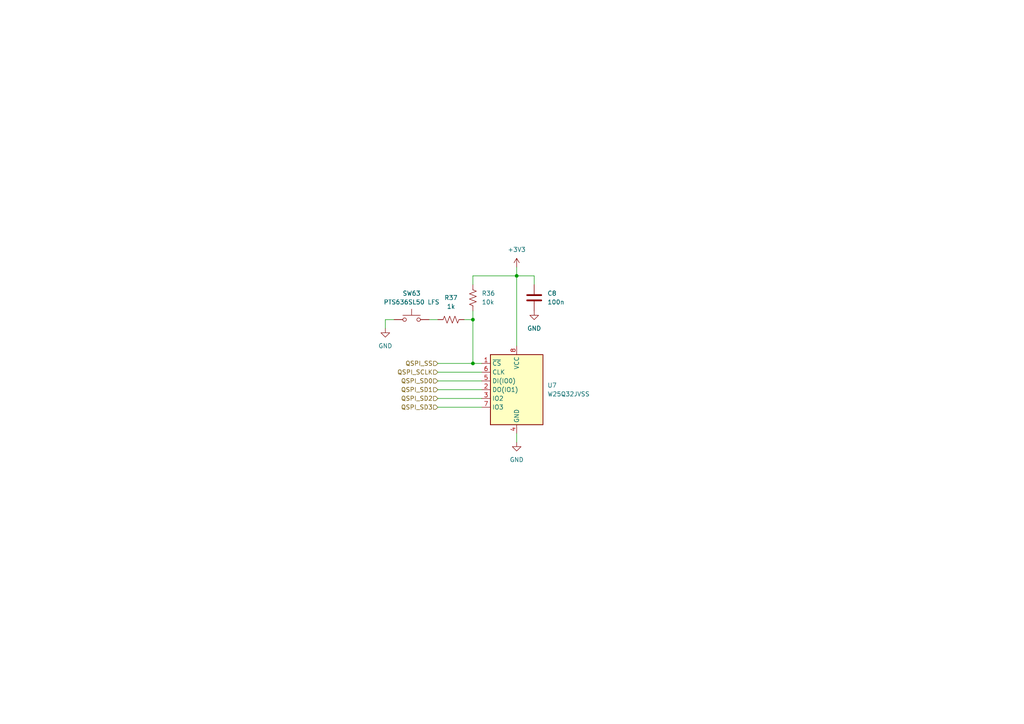
<source format=kicad_sch>
(kicad_sch (version 20231120) (generator "eeschema") (generator_version "8.0")
  (paper "A4")
  (lib_symbols
    (symbol "Device:C" (pin_numbers hide) (pin_names (offset 0.254))
      (property "Reference" "C" (at 0.635 2.54 0))
      (property "Value" "C" (at 0.635 -2.54 0))
      (symbol "C_0_1"
        (polyline (pts (xy -2.032 -0.762) (xy 2.032 -0.762)) (stroke (width 0.508)))
        (polyline (pts (xy -2.032 0.762) (xy 2.032 0.762)) (stroke (width 0.508)))
      )
      (symbol "C_1_1"
        (pin passive line (at 0 3.81 270) (length 2.794) (name "~") (number "1"))
        (pin passive line (at 0 -3.81 90) (length 2.794) (name "~") (number "2"))
      )
    )
    (symbol "Device:R_US" (pin_numbers hide) (pin_names (offset 0))
      (property "Reference" "R" (at 2.54 0 90))
      (property "Value" "R_US" (at -2.54 0 90))
      (symbol "R_US_0_1"
        (polyline (pts (xy 0 -2.286) (xy 0 -2.54)))
        (polyline (pts (xy 0 2.286) (xy 0 2.54)))
        (polyline (pts (xy 0 -0.762) (xy 1.016 -1.143) (xy 0 -1.524) (xy -1.016 -1.905) (xy 0 -2.286)))
        (polyline (pts (xy 0 0.762) (xy 1.016 0.381) (xy 0 0) (xy -1.016 -0.381) (xy 0 -0.762)))
        (polyline (pts (xy 0 2.286) (xy 1.016 1.905) (xy 0 1.524) (xy -1.016 1.143) (xy 0 0.762)))
      )
      (symbol "R_US_1_1"
        (pin passive line (at 0 3.81 270) (length 1.27) (name "~") (number "1"))
        (pin passive line (at 0 -3.81 90) (length 1.27) (name "~") (number "2"))
      )
    )
    (symbol "Memory_Flash:W25Q32JVSS"
      (property "Reference" "U" (at -6.35 11.43 0))
      (property "Value" "W25Q32JVSS" (at 7.62 11.43 0))
      (symbol "W25Q32JVSS_0_1"
        (rectangle (start -7.62 10.16) (end 7.62 -10.16) (stroke (width 0.254)) (fill (type background)))
      )
      (symbol "W25Q32JVSS_1_1"
        (pin input line (at -10.16 7.62 0) (length 2.54) (name "~{CS}") (number "1"))
        (pin bidirectional line (at -10.16 0 0) (length 2.54) (name "DO(IO1)") (number "2"))
        (pin bidirectional line (at -10.16 -2.54 0) (length 2.54) (name "IO2") (number "3"))
        (pin power_in line (at 0 -12.7 90) (length 2.54) (name "GND") (number "4"))
        (pin bidirectional line (at -10.16 2.54 0) (length 2.54) (name "DI(IO0)") (number "5"))
        (pin input line (at -10.16 5.08 0) (length 2.54) (name "CLK") (number "6"))
        (pin bidirectional line (at -10.16 -5.08 0) (length 2.54) (name "IO3") (number "7"))
        (pin power_in line (at 0 12.7 270) (length 2.54) (name "VCC") (number "8"))
      )
    )
    (symbol "Switch:SW_Push" (pin_numbers hide) (pin_names (offset 1.016) hide)
      (property "Reference" "SW" (at 1.27 2.54 0))
      (property "Value" "SW_Push" (at 0 -1.524 0))
      (symbol "SW_Push_0_1"
        (circle (center -2.032 0) (radius 0.508))
        (polyline (pts (xy 0 1.27) (xy 0 3.048)))
        (polyline (pts (xy 2.54 1.27) (xy -2.54 1.27)))
        (circle (center 2.032 0) (radius 0.508))
        (pin passive line (at -5.08 0 0) (length 2.54) (name "1") (number "1"))
        (pin passive line (at 5.08 0 180) (length 2.54) (name "2") (number "2"))
      )
    )
    (symbol "power:+3V3" (power) (pin_numbers hide) (pin_names (offset 0) hide)
      (property "Value" "+3V3" (at 0 3.556 0))
      (symbol "+3V3_0_1"
        (polyline (pts (xy -0.762 1.27) (xy 0 2.54)))
        (polyline (pts (xy 0 0) (xy 0 2.54)))
        (polyline (pts (xy 0 2.54) (xy 0.762 1.27)))
      )
      (symbol "+3V3_1_1"
        (pin power_in line (at 0 0 90) (length 0) (name "~") (number "1"))
      )
    )
    (symbol "power:GND" (power) (pin_numbers hide) (pin_names (offset 0) hide)
      (property "Value" "GND" (at 0 -3.81 0))
      (symbol "GND_0_1"
        (polyline (pts (xy 0 0) (xy 0 -1.27) (xy 1.27 -1.27) (xy 0 -2.54) (xy -1.27 -1.27) (xy 0 -1.27)))
      )
      (symbol "GND_1_1"
        (pin power_in line (at 0 0 270) (length 0) (name "~") (number "1"))
      )
    )
  )
  (junction (at 137.16 92.71))
  (junction (at 149.86 80.01))
  (junction (at 137.16 105.41))
  (wire (pts (xy 149.86 80.01) (xy 149.86 100.33)))
  (wire (pts (xy 137.16 82.55) (xy 137.16 80.01)))
  (wire (pts (xy 127 105.41) (xy 137.16 105.41)))
  (wire (pts (xy 137.16 90.17) (xy 137.16 92.71)))
  (wire (pts (xy 149.86 77.47) (xy 149.86 80.01)))
  (wire (pts (xy 127 110.49) (xy 139.7 110.49)))
  (wire (pts (xy 127 113.03) (xy 139.7 113.03)))
  (wire (pts (xy 137.16 92.71) (xy 137.16 105.41)))
  (wire (pts (xy 127 118.11) (xy 139.7 118.11)))
  (wire (pts (xy 154.94 80.01) (xy 149.86 80.01)))
  (wire (pts (xy 149.86 125.73) (xy 149.86 128.27)))
  (wire (pts (xy 111.76 92.71) (xy 114.3 92.71)))
  (wire (pts (xy 134.62 92.71) (xy 137.16 92.71)))
  (wire (pts (xy 127 107.95) (xy 139.7 107.95)))
  (wire (pts (xy 111.76 95.25) (xy 111.76 92.71)))
  (wire (pts (xy 137.16 105.41) (xy 139.7 105.41)))
  (wire (pts (xy 127 115.57) (xy 139.7 115.57)))
  (wire (pts (xy 124.46 92.71) (xy 127 92.71)))
  (wire (pts (xy 137.16 80.01) (xy 149.86 80.01)))
  (wire (pts (xy 154.94 80.01) (xy 154.94 82.55)))
  (hierarchical_label "QSPI_SD3" (shape input) (at 127 118.11 180))
  (hierarchical_label "QSPI_SCLK" (shape input) (at 127 107.95 180))
  (hierarchical_label "QSPI_SS" (shape input) (at 127 105.41 180))
  (hierarchical_label "QSPI_SD0" (shape input) (at 127 110.49 180))
  (hierarchical_label "QSPI_SD1" (shape input) (at 127 113.03 180))
  (hierarchical_label "QSPI_SD2" (shape input) (at 127 115.57 180))
  (symbol (lib_id "Device:R_US") (at 130.81 92.71 90) (unit 1)
    (property "Reference" "R37" (at 130.81 86.36 90))
    (property "Value" "1k" (at 130.81 88.9 90))
    (property "Description" "Resistor, US symbol" (effects (hide yes)))
  )
  (symbol (lib_id "power:GND") (at 154.94 90.17 0) (unit 1)
    (property "Reference" "#PWR027" (effects (hide yes)))
    (property "Value" "GND" (at 154.94 95.25 0))
    (property "Description" "Power symbol creates a global label with name \"GND\" , ground" (effects (hide yes)))
  )
  (symbol (lib_id "Device:R_US") (at 137.16 86.36 0) (unit 1)
    (property "Reference" "R36" (at 139.7 85.0899 0) (effects (justify left)))
    (property "Value" "10k" (at 139.7 87.6299 0) (effects (justify left)))
    (property "Description" "Resistor, US symbol" (effects (hide yes)))
  )
  (symbol (lib_id "power:+3V3") (at 149.86 77.47 0) (unit 1)
    (property "Reference" "#PWR026" (effects (hide yes)))
    (property "Value" "+3V3" (at 149.86 72.39 0))
    (property "Description" "Power symbol creates a global label with name \"+3V3\"" (effects (hide yes)))
  )
  (symbol (lib_id "Memory_Flash:W25Q32JVSS") (at 149.86 113.03 0) (unit 1)
    (property "Reference" "U7" (at 158.75 111.7599 0) (effects (justify left)))
    (property "Value" "W25Q32JVSS" (at 158.75 114.2999 0) (effects (justify left)))
    (property "Footprint" "Package_SO:SOIC-8_5.23x5.23mm_P1.27mm" (effects (hide yes)))
    (property "Datasheet" "http://www.winbond.com/resource-files/w25q32jv%20revg%2003272018%20plus.pdf" (effects (hide yes)))
    (property "Description" "32Mb Serial Flash Memory, Standard/Dual/Quad SPI, SOIC-8" (effects (hide yes)))
  )
  (symbol (lib_id "Switch:SW_Push") (at 119.38 92.71 0) (unit 1)
    (property "Reference" "SW63" (at 119.38 85.09 0))
    (property "Value" "PTS636SL50 LFS" (at 119.38 87.63 0))
    (property "Footprint" "SamacSys_Parts:PTS636SL50LFS" (effects (hide yes)))
    (property "Description" "Push button switch, generic, two pins" (effects (hide yes)))
  )
  (symbol (lib_id "Device:C") (at 154.94 86.36 0) (unit 1)
    (property "Reference" "C8" (at 158.75 85.0899 0) (effects (justify left)))
    (property "Value" "100n" (at 158.75 87.6299 0) (effects (justify left)))
    (property "Footprint" "Capacitor_SMD:C_0402_1005Metric" (effects (hide yes)))
    (property "Description" "Unpolarized capacitor" (effects (hide yes)))
  )
  (symbol (lib_id "power:GND") (at 111.76 95.25 0) (unit 1)
    (property "Reference" "#PWR028" (effects (hide yes)))
    (property "Value" "GND" (at 111.76 100.33 0))
    (property "Description" "Power symbol creates a global label with name \"GND\" , ground" (effects (hide yes)))
  )
  (symbol (lib_id "power:GND") (at 149.86 128.27 0) (unit 1)
    (property "Reference" "#PWR029" (effects (hide yes)))
    (property "Value" "GND" (at 149.86 133.35 0))
    (property "Description" "Power symbol creates a global label with name \"GND\" , ground" (effects (hide yes)))
  )
)
</source>
